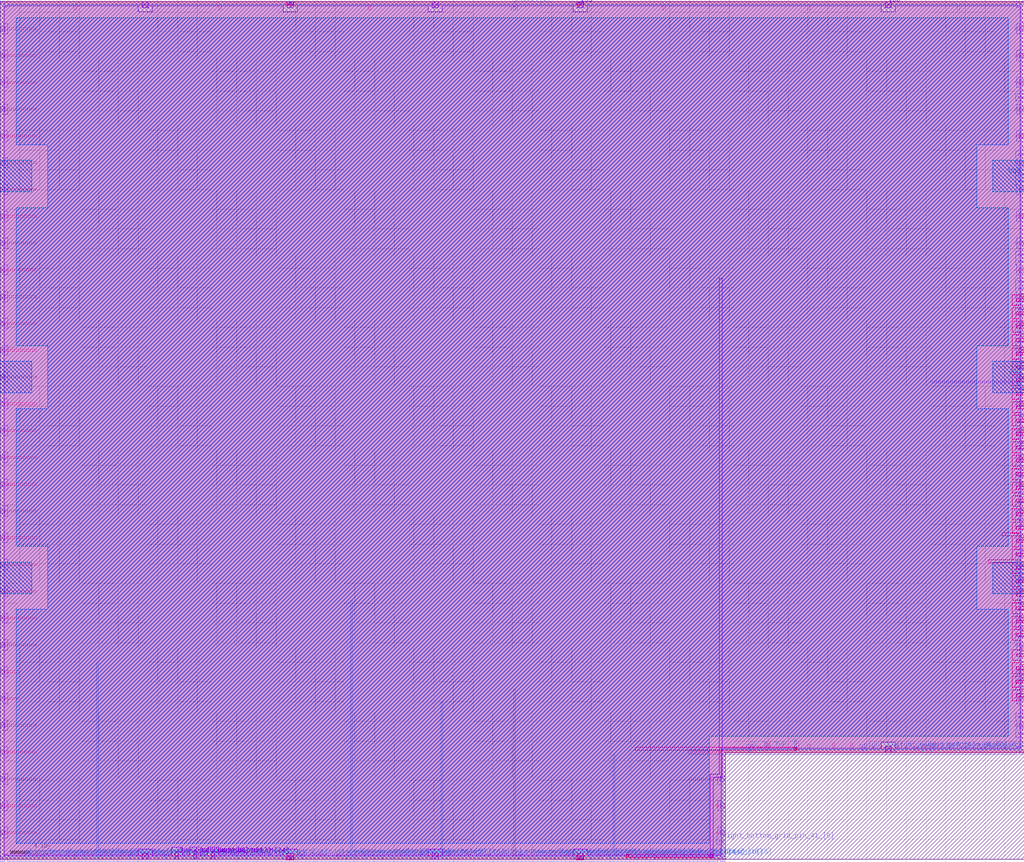
<source format=lef>
VERSION 5.7 ;
BUSBITCHARS "[]" ;

UNITS
  DATABASE MICRONS 1000 ;
END UNITS

MANUFACTURINGGRID 0.005 ;

LAYER li1
  TYPE ROUTING ;
  DIRECTION VERTICAL ;
  PITCH 0.46 ;
  WIDTH 0.17 ;
END li1

LAYER mcon
  TYPE CUT ;
END mcon

LAYER met1
  TYPE ROUTING ;
  DIRECTION HORIZONTAL ;
  PITCH 0.34 ;
  WIDTH 0.14 ;
END met1

LAYER via
  TYPE CUT ;
END via

LAYER met2
  TYPE ROUTING ;
  DIRECTION VERTICAL ;
  PITCH 0.46 ;
  WIDTH 0.14 ;
END met2

LAYER via2
  TYPE CUT ;
END via2

LAYER met3
  TYPE ROUTING ;
  DIRECTION HORIZONTAL ;
  PITCH 0.68 ;
  WIDTH 0.3 ;
END met3

LAYER via3
  TYPE CUT ;
END via3

LAYER met4
  TYPE ROUTING ;
  DIRECTION VERTICAL ;
  PITCH 0.92 ;
  WIDTH 0.3 ;
END met4

LAYER via4
  TYPE CUT ;
END via4

LAYER met5
  TYPE ROUTING ;
  DIRECTION HORIZONTAL ;
  PITCH 3.4 ;
  WIDTH 1.6 ;
END met5

LAYER nwell
  TYPE MASTERSLICE ;
END nwell

LAYER pwell
  TYPE MASTERSLICE ;
END pwell

LAYER OVERLAP
  TYPE OVERLAP ;
END OVERLAP

VIA L1M1_PR
  LAYER li1 ;
    RECT -0.085 -0.085 0.085 0.085 ;
  LAYER mcon ;
    RECT -0.085 -0.085 0.085 0.085 ;
  LAYER met1 ;
    RECT -0.145 -0.115 0.145 0.115 ;
END L1M1_PR

VIA L1M1_PR_R
  LAYER li1 ;
    RECT -0.085 -0.085 0.085 0.085 ;
  LAYER mcon ;
    RECT -0.085 -0.085 0.085 0.085 ;
  LAYER met1 ;
    RECT -0.115 -0.145 0.115 0.145 ;
END L1M1_PR_R

VIA L1M1_PR_M
  LAYER li1 ;
    RECT -0.085 -0.085 0.085 0.085 ;
  LAYER mcon ;
    RECT -0.085 -0.085 0.085 0.085 ;
  LAYER met1 ;
    RECT -0.115 -0.145 0.115 0.145 ;
END L1M1_PR_M

VIA L1M1_PR_MR
  LAYER li1 ;
    RECT -0.085 -0.085 0.085 0.085 ;
  LAYER mcon ;
    RECT -0.085 -0.085 0.085 0.085 ;
  LAYER met1 ;
    RECT -0.145 -0.115 0.145 0.115 ;
END L1M1_PR_MR

VIA L1M1_PR_C
  LAYER li1 ;
    RECT -0.085 -0.085 0.085 0.085 ;
  LAYER mcon ;
    RECT -0.085 -0.085 0.085 0.085 ;
  LAYER met1 ;
    RECT -0.145 -0.145 0.145 0.145 ;
END L1M1_PR_C

VIA M1M2_PR
  LAYER met1 ;
    RECT -0.16 -0.13 0.16 0.13 ;
  LAYER via ;
    RECT -0.075 -0.075 0.075 0.075 ;
  LAYER met2 ;
    RECT -0.13 -0.16 0.13 0.16 ;
END M1M2_PR

VIA M1M2_PR_Enc
  LAYER met1 ;
    RECT -0.16 -0.13 0.16 0.13 ;
  LAYER via ;
    RECT -0.075 -0.075 0.075 0.075 ;
  LAYER met2 ;
    RECT -0.16 -0.13 0.16 0.13 ;
END M1M2_PR_Enc

VIA M1M2_PR_R
  LAYER met1 ;
    RECT -0.13 -0.16 0.13 0.16 ;
  LAYER via ;
    RECT -0.075 -0.075 0.075 0.075 ;
  LAYER met2 ;
    RECT -0.16 -0.13 0.16 0.13 ;
END M1M2_PR_R

VIA M1M2_PR_R_Enc
  LAYER met1 ;
    RECT -0.13 -0.16 0.13 0.16 ;
  LAYER via ;
    RECT -0.075 -0.075 0.075 0.075 ;
  LAYER met2 ;
    RECT -0.13 -0.16 0.13 0.16 ;
END M1M2_PR_R_Enc

VIA M1M2_PR_M
  LAYER met1 ;
    RECT -0.16 -0.13 0.16 0.13 ;
  LAYER via ;
    RECT -0.075 -0.075 0.075 0.075 ;
  LAYER met2 ;
    RECT -0.16 -0.13 0.16 0.13 ;
END M1M2_PR_M

VIA M1M2_PR_M_Enc
  LAYER met1 ;
    RECT -0.16 -0.13 0.16 0.13 ;
  LAYER via ;
    RECT -0.075 -0.075 0.075 0.075 ;
  LAYER met2 ;
    RECT -0.13 -0.16 0.13 0.16 ;
END M1M2_PR_M_Enc

VIA M1M2_PR_MR
  LAYER met1 ;
    RECT -0.13 -0.16 0.13 0.16 ;
  LAYER via ;
    RECT -0.075 -0.075 0.075 0.075 ;
  LAYER met2 ;
    RECT -0.13 -0.16 0.13 0.16 ;
END M1M2_PR_MR

VIA M1M2_PR_MR_Enc
  LAYER met1 ;
    RECT -0.13 -0.16 0.13 0.16 ;
  LAYER via ;
    RECT -0.075 -0.075 0.075 0.075 ;
  LAYER met2 ;
    RECT -0.16 -0.13 0.16 0.13 ;
END M1M2_PR_MR_Enc

VIA M1M2_PR_C
  LAYER met1 ;
    RECT -0.16 -0.16 0.16 0.16 ;
  LAYER via ;
    RECT -0.075 -0.075 0.075 0.075 ;
  LAYER met2 ;
    RECT -0.16 -0.16 0.16 0.16 ;
END M1M2_PR_C

VIA M2M3_PR
  LAYER met2 ;
    RECT -0.14 -0.185 0.14 0.185 ;
  LAYER via2 ;
    RECT -0.1 -0.1 0.1 0.1 ;
  LAYER met3 ;
    RECT -0.165 -0.165 0.165 0.165 ;
END M2M3_PR

VIA M2M3_PR_R
  LAYER met2 ;
    RECT -0.185 -0.14 0.185 0.14 ;
  LAYER via2 ;
    RECT -0.1 -0.1 0.1 0.1 ;
  LAYER met3 ;
    RECT -0.165 -0.165 0.165 0.165 ;
END M2M3_PR_R

VIA M2M3_PR_M
  LAYER met2 ;
    RECT -0.14 -0.185 0.14 0.185 ;
  LAYER via2 ;
    RECT -0.1 -0.1 0.1 0.1 ;
  LAYER met3 ;
    RECT -0.165 -0.165 0.165 0.165 ;
END M2M3_PR_M

VIA M2M3_PR_MR
  LAYER met2 ;
    RECT -0.185 -0.14 0.185 0.14 ;
  LAYER via2 ;
    RECT -0.1 -0.1 0.1 0.1 ;
  LAYER met3 ;
    RECT -0.165 -0.165 0.165 0.165 ;
END M2M3_PR_MR

VIA M2M3_PR_C
  LAYER met2 ;
    RECT -0.185 -0.185 0.185 0.185 ;
  LAYER via2 ;
    RECT -0.1 -0.1 0.1 0.1 ;
  LAYER met3 ;
    RECT -0.165 -0.165 0.165 0.165 ;
END M2M3_PR_C

VIA M3M4_PR
  LAYER met3 ;
    RECT -0.19 -0.16 0.19 0.16 ;
  LAYER via3 ;
    RECT -0.1 -0.1 0.1 0.1 ;
  LAYER met4 ;
    RECT -0.165 -0.165 0.165 0.165 ;
END M3M4_PR

VIA M3M4_PR_R
  LAYER met3 ;
    RECT -0.16 -0.19 0.16 0.19 ;
  LAYER via3 ;
    RECT -0.1 -0.1 0.1 0.1 ;
  LAYER met4 ;
    RECT -0.165 -0.165 0.165 0.165 ;
END M3M4_PR_R

VIA M3M4_PR_M
  LAYER met3 ;
    RECT -0.19 -0.16 0.19 0.16 ;
  LAYER via3 ;
    RECT -0.1 -0.1 0.1 0.1 ;
  LAYER met4 ;
    RECT -0.165 -0.165 0.165 0.165 ;
END M3M4_PR_M

VIA M3M4_PR_MR
  LAYER met3 ;
    RECT -0.16 -0.19 0.16 0.19 ;
  LAYER via3 ;
    RECT -0.1 -0.1 0.1 0.1 ;
  LAYER met4 ;
    RECT -0.165 -0.165 0.165 0.165 ;
END M3M4_PR_MR

VIA M3M4_PR_C
  LAYER met3 ;
    RECT -0.19 -0.19 0.19 0.19 ;
  LAYER via3 ;
    RECT -0.1 -0.1 0.1 0.1 ;
  LAYER met4 ;
    RECT -0.165 -0.165 0.165 0.165 ;
END M3M4_PR_C

VIA M4M5_PR
  LAYER met4 ;
    RECT -0.59 -0.59 0.59 0.59 ;
  LAYER via4 ;
    RECT -0.4 -0.4 0.4 0.4 ;
  LAYER met5 ;
    RECT -0.71 -0.71 0.71 0.71 ;
END M4M5_PR

VIA M4M5_PR_R
  LAYER met4 ;
    RECT -0.59 -0.59 0.59 0.59 ;
  LAYER via4 ;
    RECT -0.4 -0.4 0.4 0.4 ;
  LAYER met5 ;
    RECT -0.71 -0.71 0.71 0.71 ;
END M4M5_PR_R

VIA M4M5_PR_M
  LAYER met4 ;
    RECT -0.59 -0.59 0.59 0.59 ;
  LAYER via4 ;
    RECT -0.4 -0.4 0.4 0.4 ;
  LAYER met5 ;
    RECT -0.71 -0.71 0.71 0.71 ;
END M4M5_PR_M

VIA M4M5_PR_MR
  LAYER met4 ;
    RECT -0.59 -0.59 0.59 0.59 ;
  LAYER via4 ;
    RECT -0.4 -0.4 0.4 0.4 ;
  LAYER met5 ;
    RECT -0.71 -0.71 0.71 0.71 ;
END M4M5_PR_MR

VIA M4M5_PR_C
  LAYER met4 ;
    RECT -0.59 -0.59 0.59 0.59 ;
  LAYER via4 ;
    RECT -0.4 -0.4 0.4 0.4 ;
  LAYER met5 ;
    RECT -0.71 -0.71 0.71 0.71 ;
END M4M5_PR_C

SITE unit
  CLASS CORE ;
  SYMMETRY Y ;
  SIZE 0.46 BY 2.72 ;
END unit

SITE unithddbl
  CLASS CORE ;
  SIZE 0.46 BY 5.44 ;
END unithddbl

MACRO sb_0__2_
  CLASS BLOCK ;
  ORIGIN 0 0 ;
  SIZE 103.96 BY 87.04 ;
  SYMMETRY X Y ;
  PIN pReset[0]
    DIRECTION INPUT ;
    USE SIGNAL ;
    PORT
      LAYER met2 ;
        RECT 52.14 86.555 52.28 87.04 ;
    END
  END pReset[0]
  PIN chanx_right_in[0]
    DIRECTION INPUT ;
    USE SIGNAL ;
    PORT
      LAYER met3 ;
        RECT 103.16 43.03 103.96 43.33 ;
    END
  END chanx_right_in[0]
  PIN chanx_right_in[1]
    DIRECTION INPUT ;
    USE SIGNAL ;
    PORT
      LAYER met1 ;
        RECT 103.365 77.28 103.96 77.42 ;
    END
  END chanx_right_in[1]
  PIN chanx_right_in[2]
    DIRECTION INPUT ;
    USE SIGNAL ;
    PORT
      LAYER met1 ;
        RECT 103.365 61.3 103.96 61.44 ;
    END
  END chanx_right_in[2]
  PIN chanx_right_in[3]
    DIRECTION INPUT ;
    USE SIGNAL ;
    PORT
      LAYER met1 ;
        RECT 103.365 50.42 103.96 50.56 ;
    END
  END chanx_right_in[3]
  PIN chanx_right_in[4]
    DIRECTION INPUT ;
    USE SIGNAL ;
    PORT
      LAYER met3 ;
        RECT 103.16 55.27 103.96 55.57 ;
    END
  END chanx_right_in[4]
  PIN chanx_right_in[5]
    DIRECTION INPUT ;
    USE SIGNAL ;
    PORT
      LAYER met1 ;
        RECT 103.365 53.48 103.96 53.62 ;
    END
  END chanx_right_in[5]
  PIN chanx_right_in[6]
    DIRECTION INPUT ;
    USE SIGNAL ;
    PORT
      LAYER met3 ;
        RECT 103.16 56.63 103.96 56.93 ;
    END
  END chanx_right_in[6]
  PIN chanx_right_in[7]
    DIRECTION INPUT ;
    USE SIGNAL ;
    PORT
      LAYER met1 ;
        RECT 103.365 18.12 103.96 18.26 ;
    END
  END chanx_right_in[7]
  PIN chanx_right_in[8]
    DIRECTION INPUT ;
    USE SIGNAL ;
    PORT
      LAYER met3 ;
        RECT 103.16 36.23 103.96 36.53 ;
    END
  END chanx_right_in[8]
  PIN chanx_right_in[9]
    DIRECTION INPUT ;
    USE SIGNAL ;
    PORT
      LAYER met1 ;
        RECT 103.365 52.46 103.96 52.6 ;
    END
  END chanx_right_in[9]
  PIN chanx_right_in[10]
    DIRECTION INPUT ;
    USE SIGNAL ;
    PORT
      LAYER met3 ;
        RECT 103.16 32.15 103.96 32.45 ;
    END
  END chanx_right_in[10]
  PIN chanx_right_in[11]
    DIRECTION INPUT ;
    USE SIGNAL ;
    PORT
      LAYER met3 ;
        RECT 103.16 34.87 103.96 35.17 ;
    END
  END chanx_right_in[11]
  PIN chanx_right_in[12]
    DIRECTION INPUT ;
    USE SIGNAL ;
    PORT
      LAYER met1 ;
        RECT 103.365 36.14 103.96 36.28 ;
    END
  END chanx_right_in[12]
  PIN chanx_right_in[13]
    DIRECTION INPUT ;
    USE SIGNAL ;
    PORT
      LAYER met1 ;
        RECT 103.365 49.74 103.96 49.88 ;
    END
  END chanx_right_in[13]
  PIN chanx_right_in[14]
    DIRECTION INPUT ;
    USE SIGNAL ;
    PORT
      LAYER met1 ;
        RECT 103.365 60.62 103.96 60.76 ;
    END
  END chanx_right_in[14]
  PIN chanx_right_in[15]
    DIRECTION INPUT ;
    USE SIGNAL ;
    PORT
      LAYER met3 ;
        RECT 103.16 33.51 103.96 33.81 ;
    END
  END chanx_right_in[15]
  PIN chanx_right_in[16]
    DIRECTION INPUT ;
    USE SIGNAL ;
    PORT
      LAYER met3 ;
        RECT 103.16 53.91 103.96 54.21 ;
    END
  END chanx_right_in[16]
  PIN chanx_right_in[17]
    DIRECTION INPUT ;
    USE SIGNAL ;
    PORT
      LAYER met1 ;
        RECT 103.365 23.56 103.96 23.7 ;
    END
  END chanx_right_in[17]
  PIN chanx_right_in[18]
    DIRECTION INPUT ;
    USE SIGNAL ;
    PORT
      LAYER met1 ;
        RECT 103.365 31.72 103.96 31.86 ;
    END
  END chanx_right_in[18]
  PIN chanx_right_in[19]
    DIRECTION INPUT ;
    USE SIGNAL ;
    PORT
      LAYER met1 ;
        RECT 103.365 55.86 103.96 56 ;
    END
  END chanx_right_in[19]
  PIN chanx_right_in[20]
    DIRECTION INPUT ;
    USE SIGNAL ;
    PORT
      LAYER met1 ;
        RECT 103.365 68.78 103.96 68.92 ;
    END
  END chanx_right_in[20]
  PIN chanx_right_in[21]
    DIRECTION INPUT ;
    USE SIGNAL ;
    PORT
      LAYER met1 ;
        RECT 103.365 37.16 103.96 37.3 ;
    END
  END chanx_right_in[21]
  PIN chanx_right_in[22]
    DIRECTION INPUT ;
    USE SIGNAL ;
    PORT
      LAYER met3 ;
        RECT 103.16 52.55 103.96 52.85 ;
    END
  END chanx_right_in[22]
  PIN chanx_right_in[23]
    DIRECTION INPUT ;
    USE SIGNAL ;
    PORT
      LAYER met1 ;
        RECT 103.365 33.76 103.96 33.9 ;
    END
  END chanx_right_in[23]
  PIN chanx_right_in[24]
    DIRECTION INPUT ;
    USE SIGNAL ;
    PORT
      LAYER met1 ;
        RECT 103.365 57.9 103.96 58.04 ;
    END
  END chanx_right_in[24]
  PIN chanx_right_in[25]
    DIRECTION INPUT ;
    USE SIGNAL ;
    PORT
      LAYER met3 ;
        RECT 103.16 45.75 103.96 46.05 ;
    END
  END chanx_right_in[25]
  PIN chanx_right_in[26]
    DIRECTION INPUT ;
    USE SIGNAL ;
    PORT
      LAYER met1 ;
        RECT 103.365 34.44 103.96 34.58 ;
    END
  END chanx_right_in[26]
  PIN chanx_right_in[27]
    DIRECTION INPUT ;
    USE SIGNAL ;
    PORT
      LAYER met1 ;
        RECT 103.365 71.5 103.96 71.64 ;
    END
  END chanx_right_in[27]
  PIN chanx_right_in[28]
    DIRECTION INPUT ;
    USE SIGNAL ;
    PORT
      LAYER met1 ;
        RECT 103.365 41.58 103.96 41.72 ;
    END
  END chanx_right_in[28]
  PIN chanx_right_in[29]
    DIRECTION INPUT ;
    USE SIGNAL ;
    PORT
      LAYER met1 ;
        RECT 103.365 69.46 103.96 69.6 ;
    END
  END chanx_right_in[29]
  PIN right_top_grid_pin_1_[0]
    DIRECTION INPUT ;
    USE SIGNAL ;
    PORT
      LAYER met1 ;
        RECT 103.365 42.26 103.96 42.4 ;
    END
  END right_top_grid_pin_1_[0]
  PIN right_bottom_grid_pin_36_[0]
    DIRECTION INPUT ;
    USE SIGNAL ;
    PORT
      LAYER met2 ;
        RECT 99.52 10.88 99.66 11.365 ;
    END
  END right_bottom_grid_pin_36_[0]
  PIN right_bottom_grid_pin_37_[0]
    DIRECTION INPUT ;
    USE SIGNAL ;
    PORT
      LAYER met1 ;
        RECT 103.365 12.68 103.96 12.82 ;
    END
  END right_bottom_grid_pin_37_[0]
  PIN right_bottom_grid_pin_38_[0]
    DIRECTION INPUT ;
    USE SIGNAL ;
    PORT
      LAYER met2 ;
        RECT 90.78 10.88 90.92 11.365 ;
    END
  END right_bottom_grid_pin_38_[0]
  PIN right_bottom_grid_pin_39_[0]
    DIRECTION INPUT ;
    USE SIGNAL ;
    PORT
      LAYER met1 ;
        RECT 103.365 14.38 103.96 14.52 ;
    END
  END right_bottom_grid_pin_39_[0]
  PIN right_bottom_grid_pin_40_[0]
    DIRECTION INPUT ;
    USE SIGNAL ;
    PORT
      LAYER met2 ;
        RECT 93.54 10.88 93.68 11.365 ;
    END
  END right_bottom_grid_pin_40_[0]
  PIN right_bottom_grid_pin_41_[0]
    DIRECTION INPUT ;
    USE SIGNAL ;
    PORT
      LAYER met1 ;
        RECT 73.005 1.8 73.6 1.94 ;
    END
  END right_bottom_grid_pin_41_[0]
  PIN right_bottom_grid_pin_42_[0]
    DIRECTION INPUT ;
    USE SIGNAL ;
    PORT
      LAYER met2 ;
        RECT 87.56 10.88 87.7 11.365 ;
    END
  END right_bottom_grid_pin_42_[0]
  PIN right_bottom_grid_pin_43_[0]
    DIRECTION INPUT ;
    USE SIGNAL ;
    PORT
      LAYER met2 ;
        RECT 94.46 10.88 94.6 11.365 ;
    END
  END right_bottom_grid_pin_43_[0]
  PIN chany_bottom_in[0]
    DIRECTION INPUT ;
    USE SIGNAL ;
    PORT
      LAYER met2 ;
        RECT 68.24 0 68.38 0.485 ;
    END
  END chany_bottom_in[0]
  PIN chany_bottom_in[1]
    DIRECTION INPUT ;
    USE SIGNAL ;
    PORT
      LAYER met2 ;
        RECT 53.52 0 53.66 0.485 ;
    END
  END chany_bottom_in[1]
  PIN chany_bottom_in[2]
    DIRECTION INPUT ;
    USE SIGNAL ;
    PORT
      LAYER met2 ;
        RECT 54.44 0 54.58 0.485 ;
    END
  END chany_bottom_in[2]
  PIN chany_bottom_in[3]
    DIRECTION INPUT ;
    USE SIGNAL ;
    PORT
      LAYER met4 ;
        RECT 17.79 0 18.09 0.8 ;
    END
  END chany_bottom_in[3]
  PIN chany_bottom_in[4]
    DIRECTION INPUT ;
    USE SIGNAL ;
    PORT
      LAYER met2 ;
        RECT 63.64 0 63.78 0.485 ;
    END
  END chany_bottom_in[4]
  PIN chany_bottom_in[5]
    DIRECTION INPUT ;
    USE SIGNAL ;
    PORT
      LAYER met2 ;
        RECT 59.96 0 60.1 0.485 ;
    END
  END chany_bottom_in[5]
  PIN chany_bottom_in[6]
    DIRECTION INPUT ;
    USE SIGNAL ;
    PORT
      LAYER met2 ;
        RECT 30.52 0 30.66 0.485 ;
    END
  END chany_bottom_in[6]
  PIN chany_bottom_in[7]
    DIRECTION INPUT ;
    USE SIGNAL ;
    PORT
      LAYER met2 ;
        RECT 42.48 0 42.62 0.485 ;
    END
  END chany_bottom_in[7]
  PIN chany_bottom_in[8]
    DIRECTION INPUT ;
    USE SIGNAL ;
    PORT
      LAYER met2 ;
        RECT 36.96 0 37.1 0.485 ;
    END
  END chany_bottom_in[8]
  PIN chany_bottom_in[9]
    DIRECTION INPUT ;
    USE SIGNAL ;
    PORT
      LAYER met2 ;
        RECT 55.36 0 55.5 0.485 ;
    END
  END chany_bottom_in[9]
  PIN chany_bottom_in[10]
    DIRECTION INPUT ;
    USE SIGNAL ;
    PORT
      LAYER met2 ;
        RECT 5.68 0 5.82 0.485 ;
    END
  END chany_bottom_in[10]
  PIN chany_bottom_in[11]
    DIRECTION INPUT ;
    USE SIGNAL ;
    PORT
      LAYER met2 ;
        RECT 34.2 0 34.34 0.485 ;
    END
  END chany_bottom_in[11]
  PIN chany_bottom_in[12]
    DIRECTION INPUT ;
    USE SIGNAL ;
    PORT
      LAYER met2 ;
        RECT 50.76 0 50.9 0.485 ;
    END
  END chany_bottom_in[12]
  PIN chany_bottom_in[13]
    DIRECTION INPUT ;
    USE SIGNAL ;
    PORT
      LAYER met2 ;
        RECT 58.12 0 58.26 0.485 ;
    END
  END chany_bottom_in[13]
  PIN chany_bottom_in[14]
    DIRECTION INPUT ;
    USE SIGNAL ;
    PORT
      LAYER met2 ;
        RECT 64.56 0 64.7 0.485 ;
    END
  END chany_bottom_in[14]
  PIN chany_bottom_in[15]
    DIRECTION INPUT ;
    USE SIGNAL ;
    PORT
      LAYER met2 ;
        RECT 70.54 0 70.68 0.485 ;
    END
  END chany_bottom_in[15]
  PIN chany_bottom_in[16]
    DIRECTION INPUT ;
    USE SIGNAL ;
    PORT
      LAYER met2 ;
        RECT 69.62 0 69.76 0.485 ;
    END
  END chany_bottom_in[16]
  PIN chany_bottom_in[17]
    DIRECTION INPUT ;
    USE SIGNAL ;
    PORT
      LAYER met4 ;
        RECT 19.63 0 19.93 0.8 ;
    END
  END chany_bottom_in[17]
  PIN chany_bottom_in[18]
    DIRECTION INPUT ;
    USE SIGNAL ;
    PORT
      LAYER met2 ;
        RECT 45.24 0 45.38 0.485 ;
    END
  END chany_bottom_in[18]
  PIN chany_bottom_in[19]
    DIRECTION INPUT ;
    USE SIGNAL ;
    PORT
      LAYER met2 ;
        RECT 12.12 0 12.26 0.485 ;
    END
  END chany_bottom_in[19]
  PIN chany_bottom_in[20]
    DIRECTION INPUT ;
    USE SIGNAL ;
    PORT
      LAYER met2 ;
        RECT 44.32 0 44.46 0.485 ;
    END
  END chany_bottom_in[20]
  PIN chany_bottom_in[21]
    DIRECTION INPUT ;
    USE SIGNAL ;
    PORT
      LAYER met2 ;
        RECT 66.4 0 66.54 0.485 ;
    END
  END chany_bottom_in[21]
  PIN chany_bottom_in[22]
    DIRECTION INPUT ;
    USE SIGNAL ;
    PORT
      LAYER met2 ;
        RECT 35.12 0 35.26 0.485 ;
    END
  END chany_bottom_in[22]
  PIN chany_bottom_in[23]
    DIRECTION INPUT ;
    USE SIGNAL ;
    PORT
      LAYER met2 ;
        RECT 8.44 0 8.58 0.485 ;
    END
  END chany_bottom_in[23]
  PIN chany_bottom_in[24]
    DIRECTION INPUT ;
    USE SIGNAL ;
    PORT
      LAYER met4 ;
        RECT 21.47 0 21.77 0.8 ;
    END
  END chany_bottom_in[24]
  PIN chany_bottom_in[25]
    DIRECTION INPUT ;
    USE SIGNAL ;
    PORT
      LAYER met2 ;
        RECT 65.48 0 65.62 0.485 ;
    END
  END chany_bottom_in[25]
  PIN chany_bottom_in[26]
    DIRECTION INPUT ;
    USE SIGNAL ;
    PORT
      LAYER met2 ;
        RECT 43.4 0 43.54 0.485 ;
    END
  END chany_bottom_in[26]
  PIN chany_bottom_in[27]
    DIRECTION INPUT ;
    USE SIGNAL ;
    PORT
      LAYER met2 ;
        RECT 60.88 0 61.02 0.485 ;
    END
  END chany_bottom_in[27]
  PIN chany_bottom_in[28]
    DIRECTION INPUT ;
    USE SIGNAL ;
    PORT
      LAYER met2 ;
        RECT 56.28 0 56.42 0.485 ;
    END
  END chany_bottom_in[28]
  PIN chany_bottom_in[29]
    DIRECTION INPUT ;
    USE SIGNAL ;
    PORT
      LAYER met2 ;
        RECT 57.2 0 57.34 0.485 ;
    END
  END chany_bottom_in[29]
  PIN bottom_left_grid_pin_1_[0]
    DIRECTION INPUT ;
    USE SIGNAL ;
    PORT
      LAYER met2 ;
        RECT 52.6 0 52.74 0.485 ;
    END
  END bottom_left_grid_pin_1_[0]
  PIN ccff_head[0]
    DIRECTION INPUT ;
    USE SIGNAL ;
    PORT
      LAYER met1 ;
        RECT 103.365 17.44 103.96 17.58 ;
    END
  END ccff_head[0]
  PIN chanx_right_out[0]
    DIRECTION OUTPUT ;
    USE SIGNAL ;
    PORT
      LAYER met3 ;
        RECT 103.16 47.11 103.96 47.41 ;
    END
  END chanx_right_out[0]
  PIN chanx_right_out[1]
    DIRECTION OUTPUT ;
    USE SIGNAL ;
    PORT
      LAYER met1 ;
        RECT 103.365 44.98 103.96 45.12 ;
    END
  END chanx_right_out[1]
  PIN chanx_right_out[2]
    DIRECTION OUTPUT ;
    USE SIGNAL ;
    PORT
      LAYER met1 ;
        RECT 103.365 47.7 103.96 47.84 ;
    END
  END chanx_right_out[2]
  PIN chanx_right_out[3]
    DIRECTION OUTPUT ;
    USE SIGNAL ;
    PORT
      LAYER met3 ;
        RECT 103.16 48.47 103.96 48.77 ;
    END
  END chanx_right_out[3]
  PIN chanx_right_out[4]
    DIRECTION OUTPUT ;
    USE SIGNAL ;
    PORT
      LAYER met3 ;
        RECT 103.16 23.99 103.96 24.29 ;
    END
  END chanx_right_out[4]
  PIN chanx_right_out[5]
    DIRECTION OUTPUT ;
    USE SIGNAL ;
    PORT
      LAYER met3 ;
        RECT 103.16 38.95 103.96 39.25 ;
    END
  END chanx_right_out[5]
  PIN chanx_right_out[6]
    DIRECTION OUTPUT ;
    USE SIGNAL ;
    PORT
      LAYER met3 ;
        RECT 103.16 25.35 103.96 25.65 ;
    END
  END chanx_right_out[6]
  PIN chanx_right_out[7]
    DIRECTION OUTPUT ;
    USE SIGNAL ;
    PORT
      LAYER met3 ;
        RECT 103.16 16.51 103.96 16.81 ;
    END
  END chanx_right_out[7]
  PIN chanx_right_out[8]
    DIRECTION OUTPUT ;
    USE SIGNAL ;
    PORT
      LAYER met1 ;
        RECT 103.365 30.7 103.96 30.84 ;
    END
  END chanx_right_out[8]
  PIN chanx_right_out[9]
    DIRECTION OUTPUT ;
    USE SIGNAL ;
    PORT
      LAYER met1 ;
        RECT 103.365 38.86 103.96 39 ;
    END
  END chanx_right_out[9]
  PIN chanx_right_out[10]
    DIRECTION OUTPUT ;
    USE SIGNAL ;
    PORT
      LAYER met3 ;
        RECT 103.16 26.71 103.96 27.01 ;
    END
  END chanx_right_out[10]
  PIN chanx_right_out[11]
    DIRECTION OUTPUT ;
    USE SIGNAL ;
    PORT
      LAYER met1 ;
        RECT 103.365 25.94 103.96 26.08 ;
    END
  END chanx_right_out[11]
  PIN chanx_right_out[12]
    DIRECTION OUTPUT ;
    USE SIGNAL ;
    PORT
      LAYER met1 ;
        RECT 103.365 29 103.96 29.14 ;
    END
  END chanx_right_out[12]
  PIN chanx_right_out[13]
    DIRECTION OUTPUT ;
    USE SIGNAL ;
    PORT
      LAYER met3 ;
        RECT 103.16 22.63 103.96 22.93 ;
    END
  END chanx_right_out[13]
  PIN chanx_right_out[14]
    DIRECTION OUTPUT ;
    USE SIGNAL ;
    PORT
      LAYER met3 ;
        RECT 103.16 41.67 103.96 41.97 ;
    END
  END chanx_right_out[14]
  PIN chanx_right_out[15]
    DIRECTION OUTPUT ;
    USE SIGNAL ;
    PORT
      LAYER met3 ;
        RECT 103.16 40.31 103.96 40.61 ;
    END
  END chanx_right_out[15]
  PIN chanx_right_out[16]
    DIRECTION OUTPUT ;
    USE SIGNAL ;
    PORT
      LAYER met3 ;
        RECT 103.16 17.87 103.96 18.17 ;
    END
  END chanx_right_out[16]
  PIN chanx_right_out[17]
    DIRECTION OUTPUT ;
    USE SIGNAL ;
    PORT
      LAYER met1 ;
        RECT 103.365 28.32 103.96 28.46 ;
    END
  END chanx_right_out[17]
  PIN chanx_right_out[18]
    DIRECTION OUTPUT ;
    USE SIGNAL ;
    PORT
      LAYER met3 ;
        RECT 103.16 44.39 103.96 44.69 ;
    END
  END chanx_right_out[18]
  PIN chanx_right_out[19]
    DIRECTION OUTPUT ;
    USE SIGNAL ;
    PORT
      LAYER met3 ;
        RECT 103.16 20.59 103.96 20.89 ;
    END
  END chanx_right_out[19]
  PIN chanx_right_out[20]
    DIRECTION OUTPUT ;
    USE SIGNAL ;
    PORT
      LAYER met3 ;
        RECT 103.16 28.07 103.96 28.37 ;
    END
  END chanx_right_out[20]
  PIN chanx_right_out[21]
    DIRECTION OUTPUT ;
    USE SIGNAL ;
    PORT
      LAYER met3 ;
        RECT 103.16 37.59 103.96 37.89 ;
    END
  END chanx_right_out[21]
  PIN chanx_right_out[22]
    DIRECTION OUTPUT ;
    USE SIGNAL ;
    PORT
      LAYER met1 ;
        RECT 103.365 44.3 103.96 44.44 ;
    END
  END chanx_right_out[22]
  PIN chanx_right_out[23]
    DIRECTION OUTPUT ;
    USE SIGNAL ;
    PORT
      LAYER met3 ;
        RECT 103.16 30.79 103.96 31.09 ;
    END
  END chanx_right_out[23]
  PIN chanx_right_out[24]
    DIRECTION OUTPUT ;
    USE SIGNAL ;
    PORT
      LAYER met3 ;
        RECT 103.16 51.19 103.96 51.49 ;
    END
  END chanx_right_out[24]
  PIN chanx_right_out[25]
    DIRECTION OUTPUT ;
    USE SIGNAL ;
    PORT
      LAYER met3 ;
        RECT 103.16 49.83 103.96 50.13 ;
    END
  END chanx_right_out[25]
  PIN chanx_right_out[26]
    DIRECTION OUTPUT ;
    USE SIGNAL ;
    PORT
      LAYER met1 ;
        RECT 103.365 58.58 103.96 58.72 ;
    END
  END chanx_right_out[26]
  PIN chanx_right_out[27]
    DIRECTION OUTPUT ;
    USE SIGNAL ;
    PORT
      LAYER met1 ;
        RECT 103.365 55.18 103.96 55.32 ;
    END
  END chanx_right_out[27]
  PIN chanx_right_out[28]
    DIRECTION OUTPUT ;
    USE SIGNAL ;
    PORT
      LAYER met3 ;
        RECT 103.16 19.23 103.96 19.53 ;
    END
  END chanx_right_out[28]
  PIN chanx_right_out[29]
    DIRECTION OUTPUT ;
    USE SIGNAL ;
    PORT
      LAYER met3 ;
        RECT 103.16 29.43 103.96 29.73 ;
    END
  END chanx_right_out[29]
  PIN chany_bottom_out[0]
    DIRECTION OUTPUT ;
    USE SIGNAL ;
    PORT
      LAYER met2 ;
        RECT 9.36 0 9.5 0.485 ;
    END
  END chany_bottom_out[0]
  PIN chany_bottom_out[1]
    DIRECTION OUTPUT ;
    USE SIGNAL ;
    PORT
      LAYER met2 ;
        RECT 62.72 0 62.86 0.485 ;
    END
  END chany_bottom_out[1]
  PIN chany_bottom_out[2]
    DIRECTION OUTPUT ;
    USE SIGNAL ;
    PORT
      LAYER met2 ;
        RECT 41.56 0 41.7 0.485 ;
    END
  END chany_bottom_out[2]
  PIN chany_bottom_out[3]
    DIRECTION OUTPUT ;
    USE SIGNAL ;
    PORT
      LAYER met2 ;
        RECT 7.52 0 7.66 0.485 ;
    END
  END chany_bottom_out[3]
  PIN chany_bottom_out[4]
    DIRECTION OUTPUT ;
    USE SIGNAL ;
    PORT
      LAYER met2 ;
        RECT 23.16 0 23.3 0.485 ;
    END
  END chany_bottom_out[4]
  PIN chany_bottom_out[5]
    DIRECTION OUTPUT ;
    USE SIGNAL ;
    PORT
      LAYER met2 ;
        RECT 37.88 0 38.02 0.485 ;
    END
  END chany_bottom_out[5]
  PIN chany_bottom_out[6]
    DIRECTION OUTPUT ;
    USE SIGNAL ;
    PORT
      LAYER met2 ;
        RECT 6.6 0 6.74 0.485 ;
    END
  END chany_bottom_out[6]
  PIN chany_bottom_out[7]
    DIRECTION OUTPUT ;
    USE SIGNAL ;
    PORT
      LAYER met2 ;
        RECT 13.04 0 13.18 0.485 ;
    END
  END chany_bottom_out[7]
  PIN chany_bottom_out[8]
    DIRECTION OUTPUT ;
    USE SIGNAL ;
    PORT
      LAYER met2 ;
        RECT 22.24 0 22.38 0.485 ;
    END
  END chany_bottom_out[8]
  PIN chany_bottom_out[9]
    DIRECTION OUTPUT ;
    USE SIGNAL ;
    PORT
      LAYER met2 ;
        RECT 61.8 0 61.94 0.485 ;
    END
  END chany_bottom_out[9]
  PIN chany_bottom_out[10]
    DIRECTION OUTPUT ;
    USE SIGNAL ;
    PORT
      LAYER met2 ;
        RECT 40.64 0 40.78 0.485 ;
    END
  END chany_bottom_out[10]
  PIN chany_bottom_out[11]
    DIRECTION OUTPUT ;
    USE SIGNAL ;
    PORT
      LAYER met2 ;
        RECT 38.8 0 38.94 0.485 ;
    END
  END chany_bottom_out[11]
  PIN chany_bottom_out[12]
    DIRECTION OUTPUT ;
    USE SIGNAL ;
    PORT
      LAYER met2 ;
        RECT 11.2 0 11.34 0.485 ;
    END
  END chany_bottom_out[12]
  PIN chany_bottom_out[13]
    DIRECTION OUTPUT ;
    USE SIGNAL ;
    PORT
      LAYER met2 ;
        RECT 13.96 0 14.1 0.485 ;
    END
  END chany_bottom_out[13]
  PIN chany_bottom_out[14]
    DIRECTION OUTPUT ;
    USE SIGNAL ;
    PORT
      LAYER met2 ;
        RECT 67.32 0 67.46 0.485 ;
    END
  END chany_bottom_out[14]
  PIN chany_bottom_out[15]
    DIRECTION OUTPUT ;
    USE SIGNAL ;
    PORT
      LAYER met2 ;
        RECT 21.32 0 21.46 0.485 ;
    END
  END chany_bottom_out[15]
  PIN chany_bottom_out[16]
    DIRECTION OUTPUT ;
    USE SIGNAL ;
    PORT
      LAYER met2 ;
        RECT 2.46 0 2.6 0.485 ;
    END
  END chany_bottom_out[16]
  PIN chany_bottom_out[17]
    DIRECTION OUTPUT ;
    USE SIGNAL ;
    PORT
      LAYER met2 ;
        RECT 14.88 0 15.02 0.485 ;
    END
  END chany_bottom_out[17]
  PIN chany_bottom_out[18]
    DIRECTION OUTPUT ;
    USE SIGNAL ;
    PORT
      LAYER met2 ;
        RECT 36.04 0 36.18 0.485 ;
    END
  END chany_bottom_out[18]
  PIN chany_bottom_out[19]
    DIRECTION OUTPUT ;
    USE SIGNAL ;
    PORT
      LAYER met2 ;
        RECT 20.4 0 20.54 0.485 ;
    END
  END chany_bottom_out[19]
  PIN chany_bottom_out[20]
    DIRECTION OUTPUT ;
    USE SIGNAL ;
    PORT
      LAYER met2 ;
        RECT 15.8 0 15.94 0.485 ;
    END
  END chany_bottom_out[20]
  PIN chany_bottom_out[21]
    DIRECTION OUTPUT ;
    USE SIGNAL ;
    PORT
      LAYER met2 ;
        RECT 19.48 0 19.62 0.485 ;
    END
  END chany_bottom_out[21]
  PIN chany_bottom_out[22]
    DIRECTION OUTPUT ;
    USE SIGNAL ;
    PORT
      LAYER met2 ;
        RECT 10.28 0 10.42 0.485 ;
    END
  END chany_bottom_out[22]
  PIN chany_bottom_out[23]
    DIRECTION OUTPUT ;
    USE SIGNAL ;
    PORT
      LAYER met2 ;
        RECT 16.72 0 16.86 0.485 ;
    END
  END chany_bottom_out[23]
  PIN chany_bottom_out[24]
    DIRECTION OUTPUT ;
    USE SIGNAL ;
    PORT
      LAYER met2 ;
        RECT 25 0 25.14 0.485 ;
    END
  END chany_bottom_out[24]
  PIN chany_bottom_out[25]
    DIRECTION OUTPUT ;
    USE SIGNAL ;
    PORT
      LAYER met2 ;
        RECT 18.56 0 18.7 0.485 ;
    END
  END chany_bottom_out[25]
  PIN chany_bottom_out[26]
    DIRECTION OUTPUT ;
    USE SIGNAL ;
    PORT
      LAYER met2 ;
        RECT 39.72 0 39.86 0.485 ;
    END
  END chany_bottom_out[26]
  PIN chany_bottom_out[27]
    DIRECTION OUTPUT ;
    USE SIGNAL ;
    PORT
      LAYER met2 ;
        RECT 17.64 0 17.78 0.485 ;
    END
  END chany_bottom_out[27]
  PIN chany_bottom_out[28]
    DIRECTION OUTPUT ;
    USE SIGNAL ;
    PORT
      LAYER met2 ;
        RECT 4.3 0 4.44 0.485 ;
    END
  END chany_bottom_out[28]
  PIN chany_bottom_out[29]
    DIRECTION OUTPUT ;
    USE SIGNAL ;
    PORT
      LAYER met2 ;
        RECT 3.38 0 3.52 0.485 ;
    END
  END chany_bottom_out[29]
  PIN ccff_tail[0]
    DIRECTION OUTPUT ;
    USE SIGNAL ;
    PORT
      LAYER met2 ;
        RECT 24.08 0 24.22 0.485 ;
    END
  END ccff_tail[0]
  PIN SC_IN_TOP
    DIRECTION INPUT ;
    USE SIGNAL ;
    PORT
      LAYER met2 ;
        RECT 76.06 10.88 76.2 11.365 ;
    END
  END SC_IN_TOP
  PIN SC_OUT_BOT
    DIRECTION OUTPUT ;
    USE SIGNAL ;
    PORT
      LAYER met1 ;
        RECT 103.365 22.54 103.96 22.68 ;
    END
  END SC_OUT_BOT
  PIN pReset_E_in
    DIRECTION INPUT ;
    USE SIGNAL ;
    PORT
      LAYER met1 ;
        RECT 103.365 39.88 103.96 40.02 ;
    END
  END pReset_E_in
  PIN pReset_S_out
    DIRECTION OUTPUT ;
    USE SIGNAL ;
    PORT
      LAYER met2 ;
        RECT 28.68 0 28.82 0.485 ;
    END
  END pReset_S_out
  PIN prog_clk_0_E_in
    DIRECTION INPUT ;
    USE CLOCK ;
    PORT
      LAYER met1 ;
        RECT 103.365 25.26 103.96 25.4 ;
    END
  END prog_clk_0_E_in
  PIN VDD
    DIRECTION INPUT ;
    USE POWER ;
    PORT
      LAYER met5 ;
        RECT 0 26.96 3.2 30.16 ;
        RECT 100.76 26.96 103.96 30.16 ;
        RECT 0 67.76 3.2 70.96 ;
        RECT 100.76 67.76 103.96 70.96 ;
      LAYER met4 ;
        RECT 14.42 0 15.02 0.6 ;
        RECT 43.86 0 44.46 0.6 ;
        RECT 89.86 10.88 90.46 11.48 ;
        RECT 14.42 86.44 15.02 87.04 ;
        RECT 43.86 86.44 44.46 87.04 ;
        RECT 89.86 86.44 90.46 87.04 ;
      LAYER met1 ;
        RECT 0 2.48 0.48 2.96 ;
        RECT 73.12 2.48 73.6 2.96 ;
        RECT 0 7.92 0.48 8.4 ;
        RECT 73.12 7.92 73.6 8.4 ;
        RECT 0 13.36 0.48 13.84 ;
        RECT 103.48 13.36 103.96 13.84 ;
        RECT 0 18.8 0.48 19.28 ;
        RECT 103.48 18.8 103.96 19.28 ;
        RECT 0 24.24 0.48 24.72 ;
        RECT 103.48 24.24 103.96 24.72 ;
        RECT 0 29.68 0.48 30.16 ;
        RECT 103.48 29.68 103.96 30.16 ;
        RECT 0 35.12 0.48 35.6 ;
        RECT 103.48 35.12 103.96 35.6 ;
        RECT 0 40.56 0.48 41.04 ;
        RECT 103.48 40.56 103.96 41.04 ;
        RECT 0 46 0.48 46.48 ;
        RECT 103.48 46 103.96 46.48 ;
        RECT 0 51.44 0.48 51.92 ;
        RECT 103.48 51.44 103.96 51.92 ;
        RECT 0 56.88 0.48 57.36 ;
        RECT 103.48 56.88 103.96 57.36 ;
        RECT 0 62.32 0.48 62.8 ;
        RECT 103.48 62.32 103.96 62.8 ;
        RECT 0 67.76 0.48 68.24 ;
        RECT 103.48 67.76 103.96 68.24 ;
        RECT 0 73.2 0.48 73.68 ;
        RECT 103.48 73.2 103.96 73.68 ;
        RECT 0 78.64 0.48 79.12 ;
        RECT 103.48 78.64 103.96 79.12 ;
        RECT 0 84.08 0.48 84.56 ;
        RECT 103.48 84.08 103.96 84.56 ;
    END
  END VDD
  PIN VSS
    DIRECTION INPUT ;
    USE GROUND ;
    PORT
      LAYER met5 ;
        RECT 0 47.36 3.2 50.56 ;
        RECT 100.76 47.36 103.96 50.56 ;
      LAYER met4 ;
        RECT 29.14 0 29.74 0.6 ;
        RECT 58.58 0 59.18 0.6 ;
        RECT 29.14 86.44 29.74 87.04 ;
        RECT 58.58 86.44 59.18 87.04 ;
      LAYER met1 ;
        RECT 0 -0.24 0.48 0.24 ;
        RECT 73.12 -0.24 73.6 0.24 ;
        RECT 0 5.2 0.48 5.68 ;
        RECT 73.12 5.2 73.6 5.68 ;
        RECT 0 10.64 0.48 11.12 ;
        RECT 103.48 10.64 103.96 11.12 ;
        RECT 0 16.08 0.48 16.56 ;
        RECT 103.48 16.08 103.96 16.56 ;
        RECT 0 21.52 0.48 22 ;
        RECT 103.48 21.52 103.96 22 ;
        RECT 0 26.96 0.48 27.44 ;
        RECT 103.48 26.96 103.96 27.44 ;
        RECT 0 32.4 0.48 32.88 ;
        RECT 103.48 32.4 103.96 32.88 ;
        RECT 0 37.84 0.48 38.32 ;
        RECT 103.48 37.84 103.96 38.32 ;
        RECT 0 43.28 0.48 43.76 ;
        RECT 103.48 43.28 103.96 43.76 ;
        RECT 0 48.72 0.48 49.2 ;
        RECT 103.48 48.72 103.96 49.2 ;
        RECT 0 54.16 0.48 54.64 ;
        RECT 103.48 54.16 103.96 54.64 ;
        RECT 0 59.6 0.48 60.08 ;
        RECT 103.48 59.6 103.96 60.08 ;
        RECT 0 65.04 0.48 65.52 ;
        RECT 103.48 65.04 103.96 65.52 ;
        RECT 0 70.48 0.48 70.96 ;
        RECT 103.48 70.48 103.96 70.96 ;
        RECT 0 75.92 0.48 76.4 ;
        RECT 103.48 75.92 103.96 76.4 ;
        RECT 0 81.36 0.48 81.84 ;
        RECT 103.48 81.36 103.96 81.84 ;
        RECT 0 86.8 0.48 87.28 ;
        RECT 103.48 86.8 103.96 87.28 ;
    END
  END VSS
  OBS
    LAYER met2 ;
      RECT 58.74 86.735 59.02 87.105 ;
      RECT 29.3 86.735 29.58 87.105 ;
      POLYGON 35.72 26.25 35.72 0.24 35.76 0.24 35.76 0.1 35.58 0.1 35.58 26.25 ;
      POLYGON 9.96 19.96 9.96 0.1 9.78 0.1 9.78 0.24 9.82 0.24 9.82 19.96 ;
      POLYGON 52.28 17.24 52.28 0.24 52.32 0.24 52.32 0.1 52.14 0.1 52.14 17.24 ;
      POLYGON 44.92 15.88 44.92 0.1 44.74 0.1 44.74 0.24 44.78 0.24 44.78 15.88 ;
      POLYGON 80.8 12.14 80.8 11.405 80.87 11.405 80.87 11.035 80.59 11.035 80.59 11.405 80.66 11.405 80.66 12.14 ;
      POLYGON 62.4 10.61 62.4 0.1 62.22 0.1 62.22 0.24 62.26 0.24 62.26 10.61 ;
      RECT 53.92 0.69 54.18 1.01 ;
      RECT 40.12 0.69 40.38 1.01 ;
      RECT 34.6 0.69 34.86 1.01 ;
      RECT 58.74 -0.065 59.02 0.305 ;
      RECT 29.3 -0.065 29.58 0.305 ;
      POLYGON 103.68 86.76 103.68 11.16 99.94 11.16 99.94 11.645 99.24 11.645 99.24 11.16 94.88 11.16 94.88 11.645 94.18 11.645 94.18 11.16 93.96 11.16 93.96 11.645 93.26 11.645 93.26 11.16 91.2 11.16 91.2 11.645 90.5 11.645 90.5 11.16 87.98 11.16 87.98 11.645 87.28 11.645 87.28 11.16 76.48 11.16 76.48 11.645 75.78 11.645 75.78 11.16 73.32 11.16 73.32 0.28 70.96 0.28 70.96 0.765 70.26 0.765 70.26 0.28 70.04 0.28 70.04 0.765 69.34 0.765 69.34 0.28 68.66 0.28 68.66 0.765 67.96 0.765 67.96 0.28 67.74 0.28 67.74 0.765 67.04 0.765 67.04 0.28 66.82 0.28 66.82 0.765 66.12 0.765 66.12 0.28 65.9 0.28 65.9 0.765 65.2 0.765 65.2 0.28 64.98 0.28 64.98 0.765 64.28 0.765 64.28 0.28 64.06 0.28 64.06 0.765 63.36 0.765 63.36 0.28 63.14 0.28 63.14 0.765 62.44 0.765 62.44 0.28 62.22 0.28 62.22 0.765 61.52 0.765 61.52 0.28 61.3 0.28 61.3 0.765 60.6 0.765 60.6 0.28 60.38 0.28 60.38 0.765 59.68 0.765 59.68 0.28 58.54 0.28 58.54 0.765 57.84 0.765 57.84 0.28 57.62 0.28 57.62 0.765 56.92 0.765 56.92 0.28 56.7 0.28 56.7 0.765 56 0.765 56 0.28 55.78 0.28 55.78 0.765 55.08 0.765 55.08 0.28 54.86 0.28 54.86 0.765 54.16 0.765 54.16 0.28 53.94 0.28 53.94 0.765 53.24 0.765 53.24 0.28 53.02 0.28 53.02 0.765 52.32 0.765 52.32 0.28 51.18 0.28 51.18 0.765 50.48 0.765 50.48 0.28 45.66 0.28 45.66 0.765 44.96 0.765 44.96 0.28 44.74 0.28 44.74 0.765 44.04 0.765 44.04 0.28 43.82 0.28 43.82 0.765 43.12 0.765 43.12 0.28 42.9 0.28 42.9 0.765 42.2 0.765 42.2 0.28 41.98 0.28 41.98 0.765 41.28 0.765 41.28 0.28 41.06 0.28 41.06 0.765 40.36 0.765 40.36 0.28 40.14 0.28 40.14 0.765 39.44 0.765 39.44 0.28 39.22 0.28 39.22 0.765 38.52 0.765 38.52 0.28 38.3 0.28 38.3 0.765 37.6 0.765 37.6 0.28 37.38 0.28 37.38 0.765 36.68 0.765 36.68 0.28 36.46 0.28 36.46 0.765 35.76 0.765 35.76 0.28 35.54 0.28 35.54 0.765 34.84 0.765 34.84 0.28 34.62 0.28 34.62 0.765 33.92 0.765 33.92 0.28 30.94 0.28 30.94 0.765 30.24 0.765 30.24 0.28 29.1 0.28 29.1 0.765 28.4 0.765 28.4 0.28 25.42 0.28 25.42 0.765 24.72 0.765 24.72 0.28 24.5 0.28 24.5 0.765 23.8 0.765 23.8 0.28 23.58 0.28 23.58 0.765 22.88 0.765 22.88 0.28 22.66 0.28 22.66 0.765 21.96 0.765 21.96 0.28 21.74 0.28 21.74 0.765 21.04 0.765 21.04 0.28 20.82 0.28 20.82 0.765 20.12 0.765 20.12 0.28 19.9 0.28 19.9 0.765 19.2 0.765 19.2 0.28 18.98 0.28 18.98 0.765 18.28 0.765 18.28 0.28 18.06 0.28 18.06 0.765 17.36 0.765 17.36 0.28 17.14 0.28 17.14 0.765 16.44 0.765 16.44 0.28 16.22 0.28 16.22 0.765 15.52 0.765 15.52 0.28 15.3 0.28 15.3 0.765 14.6 0.765 14.6 0.28 14.38 0.28 14.38 0.765 13.68 0.765 13.68 0.28 13.46 0.28 13.46 0.765 12.76 0.765 12.76 0.28 12.54 0.28 12.54 0.765 11.84 0.765 11.84 0.28 11.62 0.28 11.62 0.765 10.92 0.765 10.92 0.28 10.7 0.28 10.7 0.765 10 0.765 10 0.28 9.78 0.28 9.78 0.765 9.08 0.765 9.08 0.28 8.86 0.28 8.86 0.765 8.16 0.765 8.16 0.28 7.94 0.28 7.94 0.765 7.24 0.765 7.24 0.28 7.02 0.28 7.02 0.765 6.32 0.765 6.32 0.28 6.1 0.28 6.1 0.765 5.4 0.765 5.4 0.28 4.72 0.28 4.72 0.765 4.02 0.765 4.02 0.28 3.8 0.28 3.8 0.765 3.1 0.765 3.1 0.28 2.88 0.28 2.88 0.765 2.18 0.765 2.18 0.28 0.28 0.28 0.28 86.76 51.86 86.76 51.86 86.275 52.56 86.275 52.56 86.76 ;
    LAYER met3 ;
      POLYGON 59.045 87.085 59.045 87.08 59.26 87.08 59.26 86.76 59.045 86.76 59.045 86.755 58.715 86.755 58.715 86.76 58.5 86.76 58.5 87.08 58.715 87.08 58.715 87.085 ;
      POLYGON 29.605 87.085 29.605 87.08 29.82 87.08 29.82 86.76 29.605 86.76 29.605 86.755 29.275 86.755 29.275 86.76 29.06 86.76 29.06 87.08 29.275 87.08 29.275 87.085 ;
      POLYGON 103.31 33.13 103.31 32.85 102.76 32.85 102.76 32.83 101.74 32.83 101.74 33.13 ;
      POLYGON 102.76 30.41 102.76 30.39 103.31 30.39 103.31 30.11 100.36 30.11 100.36 30.41 ;
      POLYGON 80.895 11.385 80.895 11.055 80.565 11.055 80.565 11.07 64.48 11.07 64.48 11.37 80.565 11.37 80.565 11.385 ;
      POLYGON 63.875 0.505 63.875 0.49 72.03 0.49 72.03 0.5 72.41 0.5 72.41 0.18 72.03 0.18 72.03 0.19 63.875 0.19 63.875 0.175 63.545 0.175 63.545 0.505 ;
      POLYGON 59.045 0.285 59.045 0.28 59.26 0.28 59.26 -0.04 59.045 -0.04 59.045 -0.045 58.715 -0.045 58.715 -0.04 58.5 -0.04 58.5 0.28 58.715 0.28 58.715 0.285 ;
      POLYGON 29.605 0.285 29.605 0.28 29.82 0.28 29.82 -0.04 29.605 -0.04 29.605 -0.045 29.275 -0.045 29.275 -0.04 29.06 -0.04 29.06 0.28 29.275 0.28 29.275 0.285 ;
      POLYGON 103.56 86.64 103.56 57.33 102.76 57.33 102.76 56.23 103.56 56.23 103.56 55.97 102.76 55.97 102.76 54.87 103.56 54.87 103.56 54.61 102.76 54.61 102.76 53.51 103.56 53.51 103.56 53.25 102.76 53.25 102.76 52.15 103.56 52.15 103.56 51.89 102.76 51.89 102.76 50.79 103.56 50.79 103.56 50.53 102.76 50.53 102.76 49.43 103.56 49.43 103.56 49.17 102.76 49.17 102.76 48.07 103.56 48.07 103.56 47.81 102.76 47.81 102.76 46.71 103.56 46.71 103.56 46.45 102.76 46.45 102.76 45.35 103.56 45.35 103.56 45.09 102.76 45.09 102.76 43.99 103.56 43.99 103.56 43.73 102.76 43.73 102.76 42.63 103.56 42.63 103.56 42.37 102.76 42.37 102.76 41.27 103.56 41.27 103.56 41.01 102.76 41.01 102.76 39.91 103.56 39.91 103.56 39.65 102.76 39.65 102.76 38.55 103.56 38.55 103.56 38.29 102.76 38.29 102.76 37.19 103.56 37.19 103.56 36.93 102.76 36.93 102.76 35.83 103.56 35.83 103.56 35.57 102.76 35.57 102.76 34.47 103.56 34.47 103.56 34.21 102.76 34.21 102.76 33.11 103.56 33.11 103.56 32.85 102.76 32.85 102.76 31.75 103.56 31.75 103.56 31.49 102.76 31.49 102.76 30.39 103.56 30.39 103.56 30.13 102.76 30.13 102.76 29.03 103.56 29.03 103.56 28.77 102.76 28.77 102.76 27.67 103.56 27.67 103.56 27.41 102.76 27.41 102.76 26.31 103.56 26.31 103.56 26.05 102.76 26.05 102.76 24.95 103.56 24.95 103.56 24.69 102.76 24.69 102.76 23.59 103.56 23.59 103.56 23.33 102.76 23.33 102.76 22.23 103.56 22.23 103.56 21.29 102.76 21.29 102.76 20.19 103.56 20.19 103.56 19.93 102.76 19.93 102.76 18.83 103.56 18.83 103.56 18.57 102.76 18.57 102.76 17.47 103.56 17.47 103.56 17.21 102.76 17.21 102.76 16.11 103.56 16.11 103.56 11.28 73.2 11.28 73.2 0.4 0.4 0.4 0.4 86.64 ;
    LAYER met1 ;
      POLYGON 103.2 87.28 103.2 86.8 59.04 86.8 59.04 86.79 58.72 86.79 58.72 86.8 29.6 86.8 29.6 86.79 29.28 86.79 29.28 86.8 0.76 86.8 0.76 87.28 ;
      POLYGON 103.435 48.52 103.435 48.12 103.295 48.12 103.295 48.38 94.46 48.38 94.46 48.52 ;
      RECT 69.92 10.64 103.2 11.12 ;
      POLYGON 59.04 0.25 59.04 0.24 72.84 0.24 72.84 -0.24 0.76 -0.24 0.76 0.24 29.28 0.24 29.28 0.25 29.6 0.25 29.6 0.24 58.72 0.24 58.72 0.25 ;
      POLYGON 103.2 86.76 103.2 86.52 103.68 86.52 103.68 84.84 103.2 84.84 103.2 83.8 103.68 83.8 103.68 82.12 103.2 82.12 103.2 81.08 103.68 81.08 103.68 79.4 103.2 79.4 103.2 78.36 103.68 78.36 103.68 77.7 103.085 77.7 103.085 77 103.68 77 103.68 76.68 103.2 76.68 103.2 75.64 103.68 75.64 103.68 73.96 103.2 73.96 103.2 72.92 103.68 72.92 103.68 71.92 103.085 71.92 103.085 71.22 103.2 71.22 103.2 70.2 103.68 70.2 103.68 69.88 103.085 69.88 103.085 68.5 103.2 68.5 103.2 67.48 103.68 67.48 103.68 65.8 103.2 65.8 103.2 64.76 103.68 64.76 103.68 63.08 103.2 63.08 103.2 62.04 103.68 62.04 103.68 61.72 103.085 61.72 103.085 60.34 103.2 60.34 103.2 59.32 103.68 59.32 103.68 59 103.085 59 103.085 57.62 103.2 57.62 103.2 56.6 103.68 56.6 103.68 56.28 103.085 56.28 103.085 54.9 103.2 54.9 103.2 53.9 103.085 53.9 103.085 53.2 103.68 53.2 103.68 52.88 103.085 52.88 103.085 52.18 103.2 52.18 103.2 51.16 103.68 51.16 103.68 50.84 103.085 50.84 103.085 49.46 103.2 49.46 103.2 48.44 103.68 48.44 103.68 48.12 103.085 48.12 103.085 47.42 103.68 47.42 103.68 46.76 103.2 46.76 103.2 45.72 103.68 45.72 103.68 45.4 103.085 45.4 103.085 44.02 103.2 44.02 103.2 43 103.68 43 103.68 42.68 103.085 42.68 103.085 41.3 103.2 41.3 103.2 40.3 103.085 40.3 103.085 39.6 103.68 39.6 103.68 39.28 103.085 39.28 103.085 38.58 103.2 38.58 103.2 37.58 103.085 37.58 103.085 36.88 103.68 36.88 103.68 36.56 103.085 36.56 103.085 35.86 103.2 35.86 103.2 34.86 103.085 34.86 103.085 33.48 103.68 33.48 103.68 33.16 103.2 33.16 103.2 32.14 103.085 32.14 103.085 31.44 103.68 31.44 103.68 31.12 103.085 31.12 103.085 30.42 103.2 30.42 103.2 29.42 103.085 29.42 103.085 28.04 103.68 28.04 103.68 27.72 103.2 27.72 103.2 26.68 103.68 26.68 103.68 26.36 103.085 26.36 103.085 24.98 103.2 24.98 103.2 23.98 103.085 23.98 103.085 23.28 103.68 23.28 103.68 22.96 103.085 22.96 103.085 22.26 103.2 22.26 103.2 21.24 103.68 21.24 103.68 19.56 103.2 19.56 103.2 18.54 103.085 18.54 103.085 17.16 103.68 17.16 103.68 16.84 103.2 16.84 103.2 15.8 103.68 15.8 103.68 14.8 103.085 14.8 103.085 14.1 103.2 14.1 103.2 13.1 103.085 13.1 103.085 12.4 103.68 12.4 103.68 11.4 103.2 11.4 103.2 11.16 73.32 11.16 73.32 8.68 72.84 8.68 72.84 7.64 73.32 7.64 73.32 5.96 72.84 5.96 72.84 4.92 73.32 4.92 73.32 3.24 72.84 3.24 72.84 2.22 72.725 2.22 72.725 1.52 73.32 1.52 73.32 0.52 72.84 0.52 72.84 0.28 0.76 0.28 0.76 0.52 0.28 0.52 0.28 2.2 0.76 2.2 0.76 3.24 0.28 3.24 0.28 4.92 0.76 4.92 0.76 5.96 0.28 5.96 0.28 7.64 0.76 7.64 0.76 8.68 0.28 8.68 0.28 10.36 0.76 10.36 0.76 11.4 0.28 11.4 0.28 13.08 0.76 13.08 0.76 14.12 0.28 14.12 0.28 15.8 0.76 15.8 0.76 16.84 0.28 16.84 0.28 18.52 0.76 18.52 0.76 19.56 0.28 19.56 0.28 21.24 0.76 21.24 0.76 22.28 0.28 22.28 0.28 23.96 0.76 23.96 0.76 25 0.28 25 0.28 26.68 0.76 26.68 0.76 27.72 0.28 27.72 0.28 29.4 0.76 29.4 0.76 30.44 0.28 30.44 0.28 32.12 0.76 32.12 0.76 33.16 0.28 33.16 0.28 34.84 0.76 34.84 0.76 35.88 0.28 35.88 0.28 37.56 0.76 37.56 0.76 38.6 0.28 38.6 0.28 40.28 0.76 40.28 0.76 41.32 0.28 41.32 0.28 43 0.76 43 0.76 44.04 0.28 44.04 0.28 45.72 0.76 45.72 0.76 46.76 0.28 46.76 0.28 48.44 0.76 48.44 0.76 49.48 0.28 49.48 0.28 51.16 0.76 51.16 0.76 52.2 0.28 52.2 0.28 53.88 0.76 53.88 0.76 54.92 0.28 54.92 0.28 56.6 0.76 56.6 0.76 57.64 0.28 57.64 0.28 59.32 0.76 59.32 0.76 60.36 0.28 60.36 0.28 62.04 0.76 62.04 0.76 63.08 0.28 63.08 0.28 64.76 0.76 64.76 0.76 65.8 0.28 65.8 0.28 67.48 0.76 67.48 0.76 68.52 0.28 68.52 0.28 70.2 0.76 70.2 0.76 71.24 0.28 71.24 0.28 72.92 0.76 72.92 0.76 73.96 0.28 73.96 0.28 75.64 0.76 75.64 0.76 76.68 0.28 76.68 0.28 78.36 0.76 78.36 0.76 79.4 0.28 79.4 0.28 81.08 0.76 81.08 0.76 82.12 0.28 82.12 0.28 83.8 0.76 83.8 0.76 84.84 0.28 84.84 0.28 86.52 0.76 86.52 0.76 86.76 ;
    LAYER met4 ;
      POLYGON 73.29 58.97 73.29 8.35 72.37 8.35 72.37 0.505 72.385 0.505 72.385 0.175 72.055 0.175 72.055 0.505 72.07 0.505 72.07 8.65 72.99 8.65 72.99 58.97 ;
      POLYGON 103.56 86.64 103.56 11.28 90.86 11.28 90.86 11.88 89.46 11.88 89.46 11.28 73.2 11.28 73.2 0.4 59.58 0.4 59.58 1 58.18 1 58.18 0.4 44.86 0.4 44.86 1 43.46 1 43.46 0.4 30.14 0.4 30.14 1 28.74 1 28.74 0.4 22.17 0.4 22.17 1.2 21.07 1.2 21.07 0.4 20.33 0.4 20.33 1.2 19.23 1.2 19.23 0.4 18.49 0.4 18.49 1.2 17.39 1.2 17.39 0.4 15.42 0.4 15.42 1 14.02 1 14.02 0.4 0.4 0.4 0.4 86.64 14.02 86.64 14.02 86.04 15.42 86.04 15.42 86.64 28.74 86.64 28.74 86.04 30.14 86.04 30.14 86.64 43.46 86.64 43.46 86.04 44.86 86.04 44.86 86.64 58.18 86.64 58.18 86.04 59.58 86.04 59.58 86.64 89.46 86.64 89.46 86.04 90.86 86.04 90.86 86.64 ;
    LAYER met5 ;
      POLYGON 102.36 85.44 102.36 72.56 99.16 72.56 99.16 66.16 102.36 66.16 102.36 52.16 99.16 52.16 99.16 45.76 102.36 45.76 102.36 31.76 99.16 31.76 99.16 25.36 102.36 25.36 102.36 12.48 72 12.48 72 1.6 1.6 1.6 1.6 25.36 4.8 25.36 4.8 31.76 1.6 31.76 1.6 45.76 4.8 45.76 4.8 52.16 1.6 52.16 1.6 66.16 4.8 66.16 4.8 72.56 1.6 72.56 1.6 85.44 ;
    LAYER li1 ;
      POLYGON 103.96 87.125 103.96 86.955 97.435 86.955 97.435 86.23 97.145 86.23 97.145 86.955 82.255 86.955 82.255 86.23 81.965 86.23 81.965 86.955 67.535 86.955 67.535 86.23 67.245 86.23 67.245 86.955 52.355 86.955 52.355 86.23 52.065 86.23 52.065 86.955 37.635 86.955 37.635 86.23 37.345 86.23 37.345 86.955 22.455 86.955 22.455 86.23 22.165 86.23 22.165 86.955 7.735 86.955 7.735 86.23 7.445 86.23 7.445 86.955 0 86.955 0 87.125 ;
      RECT 103.04 84.235 103.96 84.405 ;
      RECT 0 84.235 3.68 84.405 ;
      RECT 103.04 81.515 103.96 81.685 ;
      RECT 0 81.515 3.68 81.685 ;
      RECT 103.04 78.795 103.96 78.965 ;
      RECT 0 78.795 3.68 78.965 ;
      RECT 103.04 76.075 103.96 76.245 ;
      RECT 0 76.075 3.68 76.245 ;
      RECT 103.04 73.355 103.96 73.525 ;
      RECT 0 73.355 3.68 73.525 ;
      RECT 103.04 70.635 103.96 70.805 ;
      RECT 0 70.635 3.68 70.805 ;
      RECT 103.5 67.915 103.96 68.085 ;
      RECT 0 67.915 3.68 68.085 ;
      RECT 103.04 65.195 103.96 65.365 ;
      RECT 0 65.195 3.68 65.365 ;
      RECT 103.04 62.475 103.96 62.645 ;
      RECT 0 62.475 3.68 62.645 ;
      RECT 103.04 59.755 103.96 59.925 ;
      RECT 0 59.755 3.68 59.925 ;
      RECT 103.04 57.035 103.96 57.205 ;
      RECT 0 57.035 3.68 57.205 ;
      RECT 103.04 54.315 103.96 54.485 ;
      RECT 0 54.315 3.68 54.485 ;
      RECT 103.04 51.595 103.96 51.765 ;
      RECT 0 51.595 3.68 51.765 ;
      RECT 103.04 48.875 103.96 49.045 ;
      RECT 0 48.875 3.68 49.045 ;
      RECT 103.04 46.155 103.96 46.325 ;
      RECT 0 46.155 3.68 46.325 ;
      RECT 103.04 43.435 103.96 43.605 ;
      RECT 0 43.435 3.68 43.605 ;
      RECT 103.04 40.715 103.96 40.885 ;
      RECT 0 40.715 3.68 40.885 ;
      RECT 103.04 37.995 103.96 38.165 ;
      RECT 0 37.995 3.68 38.165 ;
      RECT 103.04 35.275 103.96 35.445 ;
      RECT 0 35.275 3.68 35.445 ;
      RECT 103.04 32.555 103.96 32.725 ;
      RECT 0 32.555 3.68 32.725 ;
      RECT 103.04 29.835 103.96 30.005 ;
      RECT 0 29.835 3.68 30.005 ;
      RECT 103.04 27.115 103.96 27.285 ;
      RECT 0 27.115 3.68 27.285 ;
      RECT 103.04 24.395 103.96 24.565 ;
      RECT 0 24.395 3.68 24.565 ;
      RECT 103.04 21.675 103.96 21.845 ;
      RECT 0 21.675 3.68 21.845 ;
      RECT 103.04 18.955 103.96 19.125 ;
      RECT 0 18.955 1.84 19.125 ;
      RECT 103.04 16.235 103.96 16.405 ;
      RECT 0 16.235 1.84 16.405 ;
      RECT 103.04 13.515 103.96 13.685 ;
      RECT 0 13.515 3.68 13.685 ;
      POLYGON 86.57 11.785 86.57 10.965 87.535 10.965 87.535 11.425 87.84 11.425 87.84 10.965 88.51 10.965 88.51 11.425 88.68 11.425 88.68 10.965 89.35 10.965 89.35 11.425 89.52 11.425 89.52 10.965 90.19 10.965 90.19 11.425 90.36 11.425 90.36 10.965 91.03 10.965 91.03 11.425 91.285 11.425 91.285 10.965 91.975 10.965 91.975 11.445 92.145 11.445 92.145 10.965 92.815 10.965 92.815 11.445 92.985 11.445 92.985 10.965 93.575 10.965 93.575 11.445 93.905 11.445 93.905 10.965 94.415 10.965 94.415 11.445 94.745 11.445 94.745 10.965 95.255 10.965 95.255 11.765 95.585 11.765 95.585 10.965 97.145 10.965 97.145 11.69 97.435 11.69 97.435 10.965 103.96 10.965 103.96 10.795 69.92 10.795 69.92 10.965 74.495 10.965 74.495 11.445 74.665 11.445 74.665 10.965 75.335 10.965 75.335 11.445 75.505 11.445 75.505 10.965 76.095 10.965 76.095 11.445 76.425 11.445 76.425 10.965 76.935 10.965 76.935 11.445 77.265 11.445 77.265 10.965 77.775 10.965 77.775 11.765 78.105 11.765 78.105 10.965 80.82 10.965 80.82 11.785 81.05 11.785 81.05 10.965 81.965 10.965 81.965 11.69 82.255 11.69 82.255 10.965 84.5 10.965 84.5 11.785 84.73 11.785 84.73 10.965 86.34 10.965 86.34 11.785 ;
      RECT 0 10.795 3.68 10.965 ;
      RECT 69.92 8.075 73.6 8.245 ;
      RECT 0 8.075 3.68 8.245 ;
      RECT 72.68 5.355 73.6 5.525 ;
      RECT 0 5.355 3.68 5.525 ;
      RECT 72.68 2.635 73.6 2.805 ;
      RECT 0 2.635 3.68 2.805 ;
      POLYGON 14.225 0.885 14.225 0.085 14.735 0.085 14.735 0.565 15.065 0.565 15.065 0.085 15.575 0.085 15.575 0.565 15.905 0.565 15.905 0.085 16.495 0.085 16.495 0.565 16.665 0.565 16.665 0.085 17.335 0.085 17.335 0.565 17.505 0.565 17.505 0.085 22.165 0.085 22.165 0.81 22.455 0.81 22.455 0.085 26.275 0.085 26.275 0.465 26.605 0.465 26.605 0.085 27.305 0.085 27.305 0.445 27.635 0.445 27.635 0.085 30.235 0.085 30.235 0.545 30.565 0.545 30.565 0.085 32.465 0.085 32.465 0.525 32.655 0.525 32.655 0.085 34.14 0.085 34.14 0.545 34.445 0.545 34.445 0.085 37.345 0.085 37.345 0.81 37.635 0.81 37.635 0.085 43.295 0.085 43.295 0.465 43.625 0.465 43.625 0.085 44.325 0.085 44.325 0.445 44.655 0.445 44.655 0.085 47.255 0.085 47.255 0.545 47.585 0.545 47.585 0.085 49.485 0.085 49.485 0.525 49.675 0.525 49.675 0.085 51.16 0.085 51.16 0.545 51.465 0.545 51.465 0.085 52.065 0.085 52.065 0.81 52.355 0.81 52.355 0.085 56.945 0.085 56.945 0.62 57.455 0.62 57.455 0.085 59.415 0.085 59.415 0.485 59.745 0.485 59.745 0.085 61.245 0.085 61.245 0.465 61.575 0.465 61.575 0.085 63.535 0.085 63.535 0.485 63.865 0.485 63.865 0.085 65.825 0.085 65.825 0.62 66.335 0.62 66.335 0.085 67.245 0.085 67.245 0.81 67.535 0.81 67.535 0.085 73.6 0.085 73.6 -0.085 0 -0.085 0 0.085 3.315 0.085 3.315 0.885 3.645 0.885 3.645 0.085 4.155 0.085 4.155 0.565 4.485 0.565 4.485 0.085 4.995 0.085 4.995 0.565 5.325 0.565 5.325 0.085 5.915 0.085 5.915 0.565 6.085 0.565 6.085 0.085 6.755 0.085 6.755 0.565 6.925 0.565 6.925 0.085 7.445 0.085 7.445 0.81 7.735 0.81 7.735 0.085 13.895 0.085 13.895 0.885 ;
      POLYGON 103.79 86.87 103.79 11.05 73.43 11.05 73.43 0.17 0.17 0.17 0.17 86.87 ;
    LAYER via ;
      RECT 58.805 86.845 58.955 86.995 ;
      RECT 29.365 86.845 29.515 86.995 ;
      RECT 36.955 0.435 37.105 0.585 ;
      RECT 58.805 0.045 58.955 0.195 ;
      RECT 29.365 0.045 29.515 0.195 ;
    LAYER via2 ;
      RECT 58.78 86.82 58.98 87.02 ;
      RECT 29.34 86.82 29.54 87.02 ;
      RECT 80.63 11.12 80.83 11.32 ;
      RECT 63.61 0.24 63.81 0.44 ;
      RECT 58.78 0.02 58.98 0.22 ;
      RECT 29.34 0.02 29.54 0.22 ;
    LAYER via3 ;
      RECT 58.78 86.82 58.98 87.02 ;
      RECT 29.34 86.82 29.54 87.02 ;
      RECT 72.12 0.24 72.32 0.44 ;
      RECT 58.78 0.02 58.98 0.22 ;
      RECT 29.34 0.02 29.54 0.22 ;
    LAYER OVERLAP ;
      POLYGON 0 0 0 87.04 103.96 87.04 103.96 10.88 73.6 10.88 73.6 0 ;
  END
END sb_0__2_

END LIBRARY

</source>
